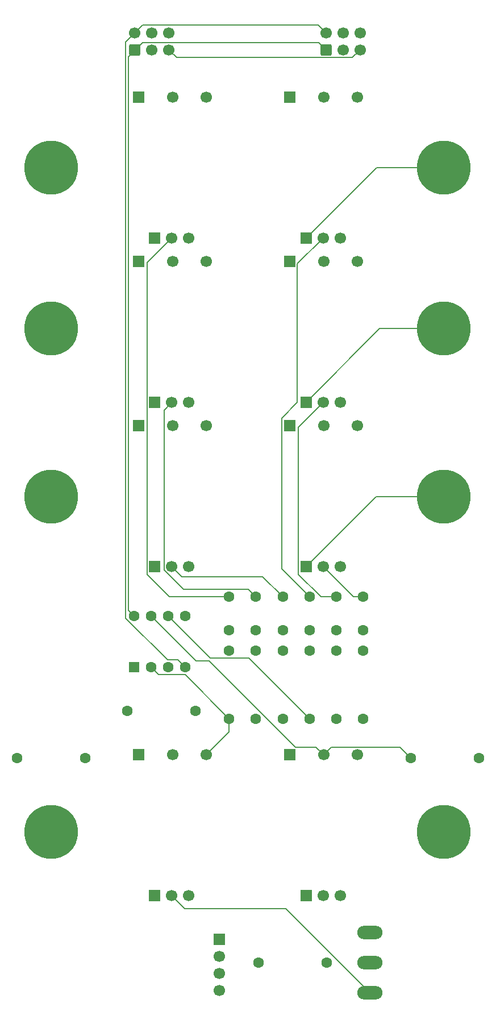
<source format=gbr>
%TF.GenerationSoftware,KiCad,Pcbnew,9.0.5*%
%TF.CreationDate,2025-12-27T19:44:07+11:00*%
%TF.ProjectId,audio-mixer,61756469-6f2d-46d6-9978-65722e6b6963,rev?*%
%TF.SameCoordinates,Original*%
%TF.FileFunction,Copper,L2,Bot*%
%TF.FilePolarity,Positive*%
%FSLAX46Y46*%
G04 Gerber Fmt 4.6, Leading zero omitted, Abs format (unit mm)*
G04 Created by KiCad (PCBNEW 9.0.5) date 2025-12-27 19:44:07*
%MOMM*%
%LPD*%
G01*
G04 APERTURE LIST*
G04 Aperture macros list*
%AMRoundRect*
0 Rectangle with rounded corners*
0 $1 Rounding radius*
0 $2 $3 $4 $5 $6 $7 $8 $9 X,Y pos of 4 corners*
0 Add a 4 corners polygon primitive as box body*
4,1,4,$2,$3,$4,$5,$6,$7,$8,$9,$2,$3,0*
0 Add four circle primitives for the rounded corners*
1,1,$1+$1,$2,$3*
1,1,$1+$1,$4,$5*
1,1,$1+$1,$6,$7*
1,1,$1+$1,$8,$9*
0 Add four rect primitives between the rounded corners*
20,1,$1+$1,$2,$3,$4,$5,0*
20,1,$1+$1,$4,$5,$6,$7,0*
20,1,$1+$1,$6,$7,$8,$9,0*
20,1,$1+$1,$8,$9,$2,$3,0*%
G04 Aperture macros list end*
%TA.AperFunction,ComponentPad*%
%ADD10R,1.700000X1.700000*%
%TD*%
%TA.AperFunction,ComponentPad*%
%ADD11C,1.700000*%
%TD*%
%TA.AperFunction,ComponentPad*%
%ADD12C,8.000000*%
%TD*%
%TA.AperFunction,ComponentPad*%
%ADD13C,1.600000*%
%TD*%
%TA.AperFunction,ComponentPad*%
%ADD14RoundRect,0.250000X0.550000X-0.550000X0.550000X0.550000X-0.550000X0.550000X-0.550000X-0.550000X0*%
%TD*%
%TA.AperFunction,ComponentPad*%
%ADD15O,3.750000X2.000000*%
%TD*%
%TA.AperFunction,ComponentPad*%
%ADD16RoundRect,0.250000X0.600000X-0.600000X0.600000X0.600000X-0.600000X0.600000X-0.600000X-0.600000X0*%
%TD*%
%TA.AperFunction,Conductor*%
%ADD17C,0.200000*%
%TD*%
G04 APERTURE END LIST*
D10*
%TO.P,J15,1,Pin_1*%
%TO.N,unconnected-(J15-Pin_1-Pad1)*%
X73500000Y-134524938D03*
D11*
%TO.P,J15,2,Pin_2*%
%TO.N,Net-(J15-Pin_2)*%
X78580000Y-134524938D03*
%TO.P,J15,3,Pin_3*%
%TO.N,Net-(J15-Pin_3)*%
X83580000Y-134524938D03*
%TD*%
D12*
%TO.P,J16,1,Pin_1*%
%TO.N,Net-(J16-Pin_1)*%
X96500000Y-146024938D03*
%TD*%
D13*
%TO.P,R7,1*%
%TO.N,Net-(J13-Pin_2)*%
X43080000Y-135024938D03*
%TO.P,R7,2*%
%TO.N,Net-(J14-Pin_1)*%
X32920000Y-135024938D03*
%TD*%
%TO.P,R8,1*%
%TO.N,Net-(J15-Pin_2)*%
X91580000Y-135024938D03*
%TO.P,R8,2*%
%TO.N,Net-(J16-Pin_1)*%
X101740000Y-135024938D03*
%TD*%
D10*
%TO.P,J13,1,Pin_1*%
%TO.N,unconnected-(J13-Pin_1-Pad1)*%
X51000000Y-134524938D03*
D11*
%TO.P,J13,2,Pin_2*%
%TO.N,Net-(J13-Pin_2)*%
X56080000Y-134524938D03*
%TO.P,J13,3,Pin_3*%
%TO.N,Net-(J13-Pin_3)*%
X61080000Y-134524938D03*
%TD*%
D10*
%TO.P,RV7,1,1*%
%TO.N,unconnected-(RV7-Pad1)*%
X53410000Y-155524938D03*
D11*
%TO.P,RV7,2,2*%
%TO.N,Net-(J13-Pin_2)*%
X55950000Y-155524938D03*
%TO.P,RV7,3,3*%
%TO.N,Net-(J13-Pin_3)*%
X58490000Y-155524938D03*
%TD*%
D10*
%TO.P,RV8,1,1*%
%TO.N,unconnected-(RV8-Pad1)*%
X75960000Y-155524938D03*
D11*
%TO.P,RV8,2,2*%
%TO.N,Net-(J15-Pin_2)*%
X78500000Y-155524938D03*
%TO.P,RV8,3,3*%
%TO.N,Net-(J15-Pin_3)*%
X81040000Y-155524938D03*
%TD*%
D12*
%TO.P,J14,1,Pin_1*%
%TO.N,Net-(J14-Pin_1)*%
X38000000Y-146024938D03*
%TD*%
D13*
%TO.P,R5,1*%
%TO.N,Net-(C5-Pad2)*%
X80500000Y-119000000D03*
%TO.P,R5,2*%
%TO.N,Net-(J15-Pin_3)*%
X80500000Y-129160000D03*
%TD*%
D11*
%TO.P,J17,R1*%
%TO.N,Net-(J17-PadR1)*%
X63000000Y-164540000D03*
%TO.P,J17,R2*%
%TO.N,unconnected-(J17-PadR2)*%
X63000000Y-167080000D03*
%TO.P,J17,S*%
%TO.N,GND*%
X63000000Y-169620000D03*
D10*
%TO.P,J17,T*%
%TO.N,Net-(J17-PadT)*%
X63000000Y-162000000D03*
%TD*%
D13*
%TO.P,U1,8,V+*%
%TO.N,12V*%
X50380000Y-113880000D03*
%TO.P,U1,7*%
%TO.N,Net-(J15-Pin_2)*%
X52920000Y-113880000D03*
%TO.P,U1,6,-*%
%TO.N,Net-(J15-Pin_3)*%
X55460000Y-113880000D03*
%TO.P,U1,5,+*%
%TO.N,GND*%
X58000000Y-113880000D03*
%TO.P,U1,4,V-*%
%TO.N,-12V*%
X58000000Y-121500000D03*
%TO.P,U1,3,+*%
%TO.N,GND*%
X55460000Y-121500000D03*
%TO.P,U1,2,-*%
%TO.N,Net-(J13-Pin_3)*%
X52920000Y-121500000D03*
D14*
%TO.P,U1,1*%
%TO.N,Net-(J13-Pin_2)*%
X50380000Y-121500000D03*
%TD*%
D15*
%TO.P,SW1,3,A*%
%TO.N,Net-(J15-Pin_2)*%
X85500000Y-161000000D03*
%TO.P,SW1,2,B*%
%TO.N,Net-(SW1-B)*%
X85500000Y-165500000D03*
%TO.P,SW1,1,C*%
%TO.N,Net-(J13-Pin_2)*%
X85500000Y-170000000D03*
%TD*%
D11*
%TO.P,RV6,3,3*%
%TO.N,GND*%
X81040000Y-106500000D03*
%TO.P,RV6,2,2*%
%TO.N,Net-(J12-Pin_2)*%
X78500000Y-106500000D03*
D10*
%TO.P,RV6,1,1*%
%TO.N,Net-(J11-Pin_1)*%
X75960000Y-106500000D03*
%TD*%
D11*
%TO.P,RV5,3,3*%
%TO.N,GND*%
X81040000Y-82000000D03*
%TO.P,RV5,2,2*%
%TO.N,Net-(J10-Pin_2)*%
X78500000Y-82000000D03*
D10*
%TO.P,RV5,1,1*%
%TO.N,Net-(J10-Pin_1)*%
X75960000Y-82000000D03*
%TD*%
D11*
%TO.P,RV4,3,3*%
%TO.N,GND*%
X81080000Y-57500000D03*
%TO.P,RV4,2,2*%
%TO.N,Net-(J8-Pin_2)*%
X78540000Y-57500000D03*
D10*
%TO.P,RV4,1,1*%
%TO.N,Net-(J7-Pin_1)*%
X76000000Y-57500000D03*
%TD*%
D11*
%TO.P,RV3,3,3*%
%TO.N,GND*%
X58490000Y-106500000D03*
%TO.P,RV3,2,2*%
%TO.N,Net-(J6-Pin_2)*%
X55950000Y-106500000D03*
D10*
%TO.P,RV3,1,1*%
%TO.N,Net-(J5-Pin_1)*%
X53410000Y-106500000D03*
%TD*%
D11*
%TO.P,RV2,3,3*%
%TO.N,GND*%
X58490000Y-82000000D03*
%TO.P,RV2,2,2*%
%TO.N,Net-(J4-Pin_2)*%
X55950000Y-82000000D03*
D10*
%TO.P,RV2,1,1*%
%TO.N,Net-(J3-Pin_1)*%
X53410000Y-82000000D03*
%TD*%
D11*
%TO.P,RV1,3,3*%
%TO.N,GND*%
X58500000Y-57500000D03*
%TO.P,RV1,2,2*%
%TO.N,Net-(J2-Pin_2)*%
X55960000Y-57500000D03*
D10*
%TO.P,RV1,1,1*%
%TO.N,Net-(J1-Pin_1)*%
X53420000Y-57500000D03*
%TD*%
D13*
%TO.P,R10,2*%
%TO.N,Net-(J17-PadR1)*%
X68840000Y-165500000D03*
%TO.P,R10,1*%
%TO.N,Net-(SW1-B)*%
X79000000Y-165500000D03*
%TD*%
%TO.P,R9,2*%
%TO.N,Net-(J17-PadT)*%
X59460000Y-128000000D03*
%TO.P,R9,1*%
%TO.N,Net-(J13-Pin_2)*%
X49300000Y-128000000D03*
%TD*%
%TO.P,R6,2*%
%TO.N,Net-(J15-Pin_3)*%
X84500000Y-129160000D03*
%TO.P,R6,1*%
%TO.N,Net-(C6-Pad2)*%
X84500000Y-119000000D03*
%TD*%
%TO.P,R4,2*%
%TO.N,Net-(J15-Pin_3)*%
X76500000Y-129160000D03*
%TO.P,R4,1*%
%TO.N,Net-(C4-Pad2)*%
X76500000Y-119000000D03*
%TD*%
%TO.P,R3,2*%
%TO.N,Net-(J13-Pin_3)*%
X72500000Y-129160000D03*
%TO.P,R3,1*%
%TO.N,Net-(C3-Pad2)*%
X72500000Y-119000000D03*
%TD*%
%TO.P,R2,2*%
%TO.N,Net-(J13-Pin_3)*%
X68500000Y-129160000D03*
%TO.P,R2,1*%
%TO.N,Net-(C2-Pad2)*%
X68500000Y-119000000D03*
%TD*%
%TO.P,R1,2*%
%TO.N,Net-(J13-Pin_3)*%
X64500000Y-129160000D03*
%TO.P,R1,1*%
%TO.N,Net-(C1-Pad2)*%
X64500000Y-119000000D03*
%TD*%
D11*
%TO.P,J19,6,Pin_6*%
%TO.N,unconnected-(J19-Pin_6-Pad6)*%
X84040000Y-26960000D03*
%TO.P,J19,5,Pin_5*%
%TO.N,5V*%
X84040000Y-29500000D03*
%TO.P,J19,4,Pin_4*%
%TO.N,GND*%
X81500000Y-26960000D03*
%TO.P,J19,3,Pin_3*%
X81500000Y-29500000D03*
%TO.P,J19,2,Pin_2*%
%TO.N,-12V*%
X78960000Y-26960000D03*
D16*
%TO.P,J19,1,Pin_1*%
%TO.N,12V*%
X78960000Y-29500000D03*
%TD*%
D11*
%TO.P,J18,6,Pin_6*%
%TO.N,unconnected-(J18-Pin_6-Pad6)*%
X55540000Y-27000000D03*
%TO.P,J18,5,Pin_5*%
%TO.N,5V*%
X55540000Y-29540000D03*
%TO.P,J18,4,Pin_4*%
%TO.N,GND*%
X53000000Y-27000000D03*
%TO.P,J18,3,Pin_3*%
X53000000Y-29540000D03*
%TO.P,J18,2,Pin_2*%
%TO.N,-12V*%
X50460000Y-27000000D03*
D16*
%TO.P,J18,1,Pin_1*%
%TO.N,12V*%
X50460000Y-29540000D03*
%TD*%
D11*
%TO.P,J12,3,Pin_3*%
%TO.N,GND*%
X83580000Y-85500000D03*
%TO.P,J12,2,Pin_2*%
%TO.N,Net-(J12-Pin_2)*%
X78580000Y-85500000D03*
D10*
%TO.P,J12,1,Pin_1*%
%TO.N,Net-(J11-Pin_1)*%
X73500000Y-85500000D03*
%TD*%
D12*
%TO.P,J11,1,Pin_1*%
%TO.N,Net-(J11-Pin_1)*%
X96500000Y-96024938D03*
%TD*%
D11*
%TO.P,J10,3,Pin_3*%
%TO.N,GND*%
X83580000Y-61000000D03*
%TO.P,J10,2,Pin_2*%
%TO.N,Net-(J10-Pin_2)*%
X78580000Y-61000000D03*
D10*
%TO.P,J10,1,Pin_1*%
%TO.N,Net-(J10-Pin_1)*%
X73500000Y-61000000D03*
%TD*%
D12*
%TO.P,J9,1,Pin_1*%
%TO.N,Net-(J10-Pin_1)*%
X96500000Y-71024938D03*
%TD*%
D11*
%TO.P,J8,3,Pin_3*%
%TO.N,GND*%
X83580000Y-36500000D03*
%TO.P,J8,2,Pin_2*%
%TO.N,Net-(J8-Pin_2)*%
X78580000Y-36500000D03*
D10*
%TO.P,J8,1,Pin_1*%
%TO.N,Net-(J7-Pin_1)*%
X73500000Y-36500000D03*
%TD*%
D12*
%TO.P,J7,1,Pin_1*%
%TO.N,Net-(J7-Pin_1)*%
X96500000Y-47000000D03*
%TD*%
D11*
%TO.P,J6,3,Pin_3*%
%TO.N,GND*%
X61080000Y-85500000D03*
%TO.P,J6,2,Pin_2*%
%TO.N,Net-(J6-Pin_2)*%
X56080000Y-85500000D03*
D10*
%TO.P,J6,1,Pin_1*%
%TO.N,Net-(J5-Pin_1)*%
X51000000Y-85500000D03*
%TD*%
D12*
%TO.P,J5,1,Pin_1*%
%TO.N,Net-(J5-Pin_1)*%
X38000000Y-96024938D03*
%TD*%
D11*
%TO.P,J4,3,Pin_3*%
%TO.N,GND*%
X61080000Y-61000000D03*
%TO.P,J4,2,Pin_2*%
%TO.N,Net-(J4-Pin_2)*%
X56080000Y-61000000D03*
D10*
%TO.P,J4,1,Pin_1*%
%TO.N,Net-(J3-Pin_1)*%
X51000000Y-61000000D03*
%TD*%
D12*
%TO.P,J3,1,Pin_1*%
%TO.N,Net-(J3-Pin_1)*%
X38000000Y-71024938D03*
%TD*%
D11*
%TO.P,J2,3,Pin_3*%
%TO.N,GND*%
X61080000Y-36500000D03*
%TO.P,J2,2,Pin_2*%
%TO.N,Net-(J2-Pin_2)*%
X56080000Y-36500000D03*
D10*
%TO.P,J2,1,Pin_1*%
%TO.N,Net-(J1-Pin_1)*%
X51000000Y-36500000D03*
%TD*%
D12*
%TO.P,J1,1,Pin_1*%
%TO.N,Net-(J1-Pin_1)*%
X38000000Y-47024938D03*
%TD*%
D13*
%TO.P,C6,2*%
%TO.N,Net-(C6-Pad2)*%
X84500000Y-116000000D03*
%TO.P,C6,1*%
%TO.N,Net-(J12-Pin_2)*%
X84500000Y-111000000D03*
%TD*%
%TO.P,C5,2*%
%TO.N,Net-(C5-Pad2)*%
X80500000Y-116000000D03*
%TO.P,C5,1*%
%TO.N,Net-(J10-Pin_2)*%
X80500000Y-111000000D03*
%TD*%
%TO.P,C4,2*%
%TO.N,Net-(C4-Pad2)*%
X76500000Y-116000000D03*
%TO.P,C4,1*%
%TO.N,Net-(J8-Pin_2)*%
X76500000Y-111000000D03*
%TD*%
%TO.P,C3,2*%
%TO.N,Net-(C3-Pad2)*%
X72500000Y-116000000D03*
%TO.P,C3,1*%
%TO.N,Net-(J6-Pin_2)*%
X72500000Y-111000000D03*
%TD*%
%TO.P,C2,2*%
%TO.N,Net-(C2-Pad2)*%
X68500000Y-116000000D03*
%TO.P,C2,1*%
%TO.N,Net-(J4-Pin_2)*%
X68500000Y-111000000D03*
%TD*%
%TO.P,C1,2*%
%TO.N,Net-(C1-Pad2)*%
X64500000Y-116000000D03*
%TO.P,C1,1*%
%TO.N,Net-(J2-Pin_2)*%
X64500000Y-111000000D03*
%TD*%
D17*
%TO.N,Net-(J13-Pin_2)*%
X55950000Y-155524938D02*
X57875062Y-157450000D01*
X57875062Y-157450000D02*
X72950000Y-157450000D01*
X72950000Y-157450000D02*
X85500000Y-170000000D01*
%TO.N,Net-(J13-Pin_3)*%
X64500000Y-129160000D02*
X64500000Y-131104938D01*
X64500000Y-131104938D02*
X61080000Y-134524938D01*
X52920000Y-121500000D02*
X54021000Y-122601000D01*
X54021000Y-122601000D02*
X57941000Y-122601000D01*
X57941000Y-122601000D02*
X64500000Y-129160000D01*
%TO.N,Net-(J7-Pin_1)*%
X76000000Y-57500000D02*
X86500000Y-47000000D01*
X86500000Y-47000000D02*
X96500000Y-47000000D01*
%TO.N,Net-(J15-Pin_2)*%
X52920000Y-113880000D02*
X59542000Y-120502000D01*
X59542000Y-120502000D02*
X61514900Y-120502000D01*
X74386838Y-133373938D02*
X77429000Y-133373938D01*
X61514900Y-120502000D02*
X74386838Y-133373938D01*
X77429000Y-133373938D02*
X78580000Y-134524938D01*
X79731000Y-133373938D02*
X89929000Y-133373938D01*
X78580000Y-134524938D02*
X79731000Y-133373938D01*
X89929000Y-133373938D02*
X91580000Y-135024938D01*
%TO.N,Net-(J15-Pin_3)*%
X55460000Y-113880000D02*
X61681000Y-120101000D01*
X61681000Y-120101000D02*
X67441000Y-120101000D01*
X67441000Y-120101000D02*
X76500000Y-129160000D01*
%TO.N,-12V*%
X50460000Y-27000000D02*
X49099000Y-28361000D01*
X49099000Y-28361000D02*
X49099000Y-114156050D01*
X49099000Y-114156050D02*
X55341950Y-120399000D01*
X55341950Y-120399000D02*
X56899000Y-120399000D01*
X56899000Y-120399000D02*
X58000000Y-121500000D01*
%TO.N,12V*%
X50380000Y-113880000D02*
X49500000Y-113000000D01*
X49500000Y-30500000D02*
X50460000Y-29540000D01*
X49500000Y-113000000D02*
X49500000Y-30500000D01*
%TO.N,Net-(J2-Pin_2)*%
X55960000Y-57500000D02*
X52259000Y-61201000D01*
X52259000Y-61201000D02*
X52259000Y-107651000D01*
X55608000Y-111000000D02*
X64500000Y-111000000D01*
X52259000Y-107651000D02*
X55608000Y-111000000D01*
%TO.N,Net-(J4-Pin_2)*%
X55950000Y-82000000D02*
X54799000Y-83151000D01*
X54799000Y-83151000D02*
X54799000Y-106976760D01*
X54799000Y-106976760D02*
X57721240Y-109899000D01*
X57721240Y-109899000D02*
X67399000Y-109899000D01*
X67399000Y-109899000D02*
X68500000Y-111000000D01*
%TO.N,Net-(J6-Pin_2)*%
X55950000Y-106500000D02*
X57450000Y-108000000D01*
X57450000Y-108000000D02*
X69500000Y-108000000D01*
X69500000Y-108000000D02*
X72500000Y-111000000D01*
%TO.N,Net-(J12-Pin_2)*%
X78500000Y-106500000D02*
X83000000Y-111000000D01*
X83000000Y-111000000D02*
X84500000Y-111000000D01*
%TO.N,Net-(J8-Pin_2)*%
X78540000Y-57500000D02*
X74651000Y-61389000D01*
X74651000Y-61389000D02*
X74651000Y-82047000D01*
X74651000Y-82047000D02*
X72349000Y-84349000D01*
X72349000Y-106849000D02*
X76500000Y-111000000D01*
X72349000Y-84349000D02*
X72349000Y-106849000D01*
%TO.N,Net-(J10-Pin_2)*%
X78500000Y-82000000D02*
X74809000Y-85691000D01*
X74809000Y-85691000D02*
X74809000Y-107651000D01*
X74809000Y-107651000D02*
X78158000Y-111000000D01*
X78158000Y-111000000D02*
X80500000Y-111000000D01*
%TO.N,Net-(J11-Pin_1)*%
X96500000Y-96024938D02*
X86435062Y-96024938D01*
X86435062Y-96024938D02*
X75960000Y-106500000D01*
%TO.N,Net-(J10-Pin_1)*%
X96500000Y-71024938D02*
X86935062Y-71024938D01*
X86935062Y-71024938D02*
X75960000Y-82000000D01*
%TO.N,5V*%
X55540000Y-29540000D02*
X56651000Y-30651000D01*
X56651000Y-30651000D02*
X82889000Y-30651000D01*
X82889000Y-30651000D02*
X84040000Y-29500000D01*
%TO.N,12V*%
X50460000Y-29540000D02*
X51611000Y-28389000D01*
X51611000Y-28389000D02*
X77849000Y-28389000D01*
X77849000Y-28389000D02*
X78960000Y-29500000D01*
%TO.N,-12V*%
X50460000Y-27000000D02*
X51651000Y-25809000D01*
X51651000Y-25809000D02*
X77809000Y-25809000D01*
X77809000Y-25809000D02*
X78960000Y-26960000D01*
%TD*%
M02*

</source>
